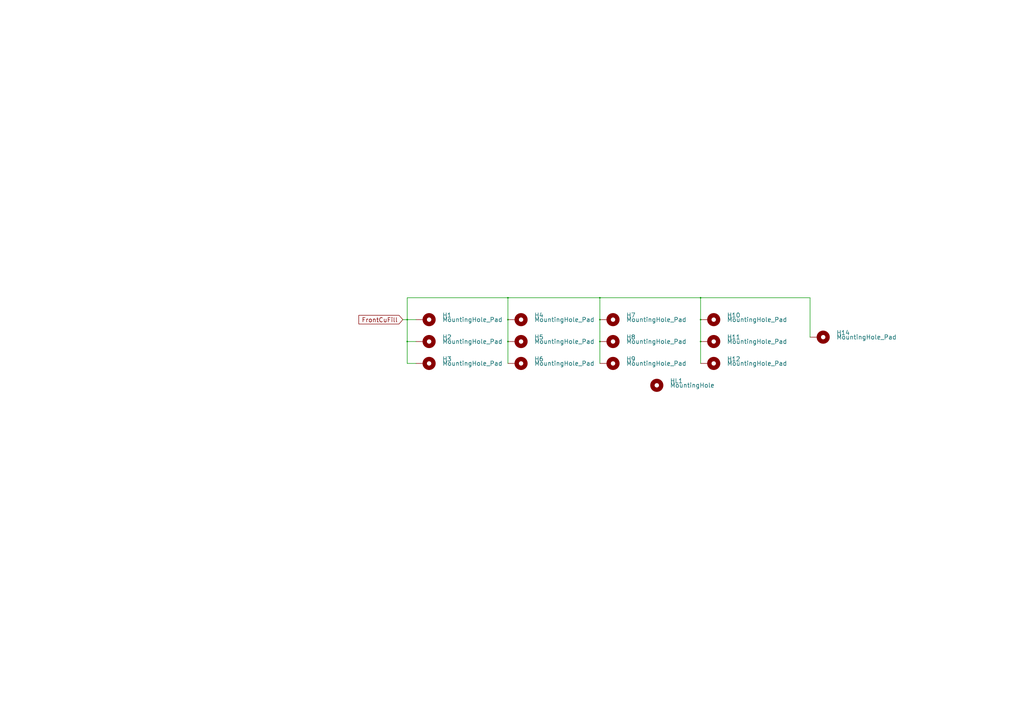
<source format=kicad_sch>
(kicad_sch (version 20200714) (host eeschema "(5.99.0-2421-g2ea5528cd)")
  (page 1 1)
  (paper "A4")
  (lib_symbols
    (symbol "Mechanical:MountingHole"
      (property "Reference" "H" (at 0 5.08 0))
      (property "Value" "MountingHole" (at 0 3.175 0))
      (symbol "MountingHole_0_1"
        (circle (center 0 0) (radius 1.27) (stroke (width 1.27)))
      )
    )
    (symbol "Mechanical:MountingHole_Pad" (pin_numbers hide) (pin_names hide)
      (property "Reference" "H" (at 0 6.35 0))
      (property "Value" "MountingHole_Pad" (at 0 4.445 0))
      (symbol "MountingHole_Pad_0_1"
        (circle (center 0 1.27) (radius 1.27) (stroke (width 1.27)))
      )
      (symbol "MountingHole_Pad_1_1"
        (pin input line (at 0 -2.54 90) (length 2.54) (name "1") (number "1"))
      )
    )
  )
  (junction (at 118.11 92.71) (diameter 0.3048))
  (junction (at 118.11 99.06) (diameter 0.3048))
  (junction (at 147.32 86.36) (diameter 0.3048))
  (junction (at 147.32 92.71) (diameter 0.3048))
  (junction (at 147.32 99.06) (diameter 0.3048))
  (junction (at 173.99 86.36) (diameter 0.3048))
  (junction (at 173.99 92.71) (diameter 0.3048))
  (junction (at 173.99 99.06) (diameter 0.3048))
  (junction (at 203.2 86.36) (diameter 0.3048))
  (junction (at 203.2 92.71) (diameter 0.3048))
  (junction (at 203.2 99.06) (diameter 0.3048))
  (wire (pts (xy 116.84 92.71) (xy 118.11 92.71)))
  (wire (pts (xy 118.11 86.36) (xy 147.32 86.36)))
  (wire (pts (xy 118.11 92.71) (xy 118.11 86.36)))
  (wire (pts (xy 118.11 92.71) (xy 120.65 92.71)))
  (wire (pts (xy 118.11 99.06) (xy 118.11 92.71)))
  (wire (pts (xy 118.11 105.41) (xy 118.11 99.06)))
  (wire (pts (xy 120.65 99.06) (xy 118.11 99.06)) (stroke (width 0.1524)))
  (wire (pts (xy 120.65 105.41) (xy 118.11 105.41)))
  (wire (pts (xy 147.32 86.36) (xy 147.32 92.71)))
  (wire (pts (xy 147.32 86.36) (xy 173.99 86.36)))
  (wire (pts (xy 147.32 92.71) (xy 147.32 99.06)))
  (wire (pts (xy 147.32 99.06) (xy 147.32 105.41)))
  (wire (pts (xy 173.99 86.36) (xy 173.99 92.71)))
  (wire (pts (xy 173.99 86.36) (xy 203.2 86.36)))
  (wire (pts (xy 173.99 92.71) (xy 173.99 99.06)))
  (wire (pts (xy 173.99 99.06) (xy 173.99 105.41)))
  (wire (pts (xy 203.2 86.36) (xy 203.2 92.71)))
  (wire (pts (xy 203.2 86.36) (xy 234.95 86.36)))
  (wire (pts (xy 203.2 92.71) (xy 203.2 99.06)))
  (wire (pts (xy 203.2 99.06) (xy 203.2 105.41)))
  (wire (pts (xy 234.95 86.36) (xy 234.95 97.79)))
  (global_label "FrontCuFill" (shape input) (at 116.84 92.71 180))
  (symbol (lib_id "Mechanical:MountingHole") (at 190.5 111.76 0) (unit 1)
    (property "Reference" "HL1" (at 194.31 110.49 0) (effects (justify left)))
    (property "Value" "MountingHole" (at 194.31 111.76 0) (effects (justify left)))
    (property "Footprint" "BostonStreets:boston-streets-thinner-5" (effects hide))
  )
  (symbol (lib_id "Mechanical:MountingHole_Pad") (at 123.19 92.71 270) (unit 1)
    (property "Reference" "H1" (at 128.27 91.44 90) (effects (justify left)))
    (property "Value" "MountingHole_Pad" (at 128.27 92.71 90) (effects (justify left)))
    (property "Footprint" "MountingHole:MountingHole_3.2mm_M3_ISO7380_Pad" (effects hide))
  )
  (symbol (lib_id "Mechanical:MountingHole_Pad") (at 123.19 99.06 270) (unit 1)
    (property "Reference" "H2" (at 128.27 97.79 90) (effects (justify left)))
    (property "Value" "MountingHole_Pad" (at 128.27 99.06 90) (effects (justify left)))
    (property "Footprint" "MountingHole:MountingHole_3.2mm_M3_ISO7380_Pad" (effects hide))
  )
  (symbol (lib_id "Mechanical:MountingHole_Pad") (at 123.19 105.41 270) (unit 1)
    (property "Reference" "H3" (at 128.27 104.14 90) (effects (justify left)))
    (property "Value" "MountingHole_Pad" (at 128.27 105.41 90) (effects (justify left)))
    (property "Footprint" "MountingHole:MountingHole_3.2mm_M3_ISO7380_Pad" (effects hide))
  )
  (symbol (lib_id "Mechanical:MountingHole_Pad") (at 149.86 92.71 270) (unit 1)
    (property "Reference" "H4" (at 154.94 91.44 90) (effects (justify left)))
    (property "Value" "MountingHole_Pad" (at 154.94 92.71 90) (effects (justify left)))
    (property "Footprint" "MountingHole:MountingHole_3.2mm_M3_ISO7380_Pad" (effects hide))
  )
  (symbol (lib_id "Mechanical:MountingHole_Pad") (at 149.86 99.06 270) (unit 1)
    (property "Reference" "H5" (at 154.94 97.79 90) (effects (justify left)))
    (property "Value" "MountingHole_Pad" (at 154.94 99.06 90) (effects (justify left)))
    (property "Footprint" "MountingHole:MountingHole_3.2mm_M3_ISO7380_Pad" (effects hide))
  )
  (symbol (lib_id "Mechanical:MountingHole_Pad") (at 149.86 105.41 270) (unit 1)
    (property "Reference" "H6" (at 154.94 104.14 90) (effects (justify left)))
    (property "Value" "MountingHole_Pad" (at 154.94 105.41 90) (effects (justify left)))
    (property "Footprint" "MountingHole:MountingHole_3.2mm_M3_ISO7380_Pad" (effects hide))
  )
  (symbol (lib_id "Mechanical:MountingHole_Pad") (at 176.53 92.71 270) (unit 1)
    (property "Reference" "H7" (at 181.61 91.44 90) (effects (justify left)))
    (property "Value" "MountingHole_Pad" (at 181.61 92.71 90) (effects (justify left)))
    (property "Footprint" "MountingHole:MountingHole_3.2mm_M3_ISO7380_Pad" (effects hide))
  )
  (symbol (lib_id "Mechanical:MountingHole_Pad") (at 176.53 99.06 270) (unit 1)
    (property "Reference" "H8" (at 181.61 97.79 90) (effects (justify left)))
    (property "Value" "MountingHole_Pad" (at 181.61 99.06 90) (effects (justify left)))
    (property "Footprint" "MountingHole:MountingHole_3.2mm_M3_ISO7380_Pad" (effects hide))
  )
  (symbol (lib_id "Mechanical:MountingHole_Pad") (at 176.53 105.41 270) (unit 1)
    (property "Reference" "H9" (at 181.61 104.14 90) (effects (justify left)))
    (property "Value" "MountingHole_Pad" (at 181.61 105.41 90) (effects (justify left)))
    (property "Footprint" "MountingHole:MountingHole_3.2mm_M3_ISO7380_Pad" (effects hide))
  )
  (symbol (lib_id "Mechanical:MountingHole_Pad") (at 205.74 92.71 270) (unit 1)
    (property "Reference" "H10" (at 210.82 91.44 90) (effects (justify left)))
    (property "Value" "MountingHole_Pad" (at 210.82 92.71 90) (effects (justify left)))
    (property "Footprint" "MountingHole:MountingHole_3.2mm_M3_ISO7380_Pad" (effects hide))
  )
  (symbol (lib_id "Mechanical:MountingHole_Pad") (at 205.74 99.06 270) (unit 1)
    (property "Reference" "H11" (at 210.82 97.79 90) (effects (justify left)))
    (property "Value" "MountingHole_Pad" (at 210.82 99.06 90) (effects (justify left)))
    (property "Footprint" "MountingHole:MountingHole_3.2mm_M3_ISO7380_Pad" (effects hide))
  )
  (symbol (lib_id "Mechanical:MountingHole_Pad") (at 205.74 105.41 270) (unit 1)
    (property "Reference" "H12" (at 210.82 104.14 90) (effects (justify left)))
    (property "Value" "MountingHole_Pad" (at 210.82 105.41 90) (effects (justify left)))
    (property "Footprint" "MountingHole:MountingHole_3.2mm_M3_ISO7380_Pad" (effects hide))
  )
  (symbol (lib_id "Mechanical:MountingHole_Pad") (at 237.49 97.79 270) (unit 1)
    (property "Reference" "H14" (at 242.57 96.52 90) (effects (justify left)))
    (property "Value" "MountingHole_Pad" (at 242.57 97.79 90) (effects (justify left)))
    (property "Footprint" "MountingHole:MountingHole_2.5mm_Pad" (effects hide))
  )
)
</source>
